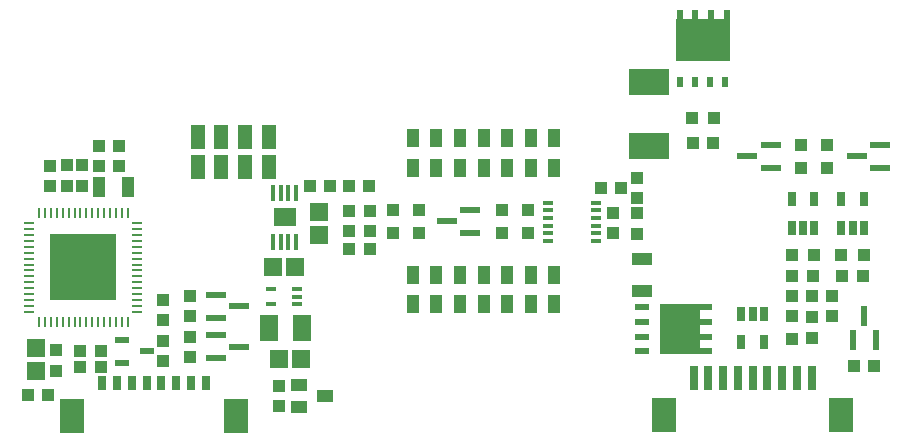
<source format=gtp>
G04 Layer_Color=8421504*
%FSLAX44Y44*%
%MOMM*%
G71*
G01*
G75*
%ADD10R,1.5000X1.6000*%
%ADD11R,0.3500X1.3500*%
%ADD12R,1.8900X1.5700*%
%ADD13R,1.6000X1.5000*%
%ADD14R,1.6000X2.2000*%
%ADD15R,0.8000X1.3000*%
%ADD16R,2.1000X3.0000*%
%ADD17R,1.2000X2.0000*%
%ADD18R,0.6000X1.2000*%
%ADD19R,0.5000X0.8500*%
%ADD20R,1.0200X0.6000*%
%ADD21R,1.2700X0.6000*%
%ADD22R,1.3000X0.6000*%
%ADD23R,0.6000X1.8000*%
%ADD24R,1.1000X1.1000*%
%ADD25R,1.1000X1.1000*%
%ADD26R,1.0500X1.0800*%
%ADD27R,1.1000X1.0000*%
%ADD28R,1.8000X0.6000*%
%ADD29R,1.0000X1.1000*%
%ADD30R,1.0000X1.5000*%
%ADD31R,1.0800X1.0500*%
%ADD32R,0.9000X0.4000*%
%ADD33R,1.4000X1.0000*%
%ADD34R,1.3000X0.6000*%
%ADD35R,5.6000X5.6000*%
%ADD36O,0.2500X0.8500*%
%ADD37O,0.8500X0.2500*%
%ADD38R,0.7000X1.3000*%
%ADD39R,1.0000X1.8000*%
%ADD40R,0.8890X0.4200*%
%ADD41R,0.8000X2.0000*%
%ADD42R,2.1000X3.0000*%
%ADD43R,1.7000X1.1000*%
%ADD44R,3.5000X2.2000*%
%ADD102R,4.5500X3.5900*%
%ADD103R,3.4600X4.3300*%
D10*
X255500Y161750D02*
D03*
X236500D02*
D03*
X241250Y83501D02*
D03*
X260250D02*
D03*
D11*
X236499Y182250D02*
D03*
X242999D02*
D03*
X255999D02*
D03*
X249499D02*
D03*
Y224160D02*
D03*
X255999D02*
D03*
X242999D02*
D03*
X236499D02*
D03*
D12*
X246659Y203840D02*
D03*
D13*
X275499Y207750D02*
D03*
Y188750D02*
D03*
X36000Y73500D02*
D03*
Y92500D02*
D03*
D14*
X261000Y110001D02*
D03*
X232999D02*
D03*
D15*
X92002Y63000D02*
D03*
X104502D02*
D03*
X117002D02*
D03*
X129502D02*
D03*
X142002D02*
D03*
X154502D02*
D03*
X167002D02*
D03*
X179502D02*
D03*
D16*
X66502Y35500D02*
D03*
X205002D02*
D03*
D17*
X232751Y271250D02*
D03*
Y246250D02*
D03*
X212751Y271250D02*
D03*
Y246250D02*
D03*
X192751Y271250D02*
D03*
Y246250D02*
D03*
X172751Y271250D02*
D03*
Y246250D02*
D03*
D18*
X607333Y372749D02*
D03*
X594000D02*
D03*
X620500D02*
D03*
X581000D02*
D03*
D19*
X619500Y318249D02*
D03*
X581500D02*
D03*
X606833D02*
D03*
X594167D02*
D03*
D20*
X603500Y89949D02*
D03*
Y102049D02*
D03*
Y114649D02*
D03*
Y127249D02*
D03*
D21*
X549000Y89949D02*
D03*
Y102049D02*
D03*
Y114649D02*
D03*
D22*
Y127249D02*
D03*
D23*
X737250Y119500D02*
D03*
X746750Y99500D02*
D03*
X727750D02*
D03*
D24*
X675501Y171500D02*
D03*
X694501D02*
D03*
X736750Y171500D02*
D03*
X717750D02*
D03*
X610000Y287250D02*
D03*
X591000D02*
D03*
D25*
X338000Y209500D02*
D03*
Y190500D02*
D03*
X705250Y264500D02*
D03*
Y245500D02*
D03*
X360000Y209500D02*
D03*
Y190500D02*
D03*
X452750Y209500D02*
D03*
Y190500D02*
D03*
X430500Y190500D02*
D03*
Y209500D02*
D03*
X675500Y119500D02*
D03*
Y100500D02*
D03*
X683250Y245500D02*
D03*
Y264500D02*
D03*
D26*
X736000Y153751D02*
D03*
X718500D02*
D03*
X73250Y90000D02*
D03*
X90750D02*
D03*
X609250Y266500D02*
D03*
X591749D02*
D03*
X676251Y153751D02*
D03*
X693752D02*
D03*
X318250Y177000D02*
D03*
X300750D02*
D03*
X73250Y77000D02*
D03*
X90750D02*
D03*
D27*
X166000Y136499D02*
D03*
Y119499D02*
D03*
Y102499D02*
D03*
Y85499D02*
D03*
X48000Y230249D02*
D03*
Y247249D02*
D03*
X143750Y98501D02*
D03*
Y81501D02*
D03*
X241250Y43499D02*
D03*
Y60500D02*
D03*
X544750Y237002D02*
D03*
Y220001D02*
D03*
X318250Y191499D02*
D03*
Y208499D02*
D03*
X710000Y119501D02*
D03*
Y136501D02*
D03*
D28*
X188000Y103500D02*
D03*
Y84500D02*
D03*
X208000Y94000D02*
D03*
X188000Y137500D02*
D03*
Y118500D02*
D03*
X208000Y128000D02*
D03*
X730750Y255000D02*
D03*
X750750Y264500D02*
D03*
Y245500D02*
D03*
X403500Y190500D02*
D03*
Y209500D02*
D03*
X383500Y200000D02*
D03*
X638000Y255000D02*
D03*
X658000Y264500D02*
D03*
Y245500D02*
D03*
D29*
X675749Y137000D02*
D03*
X692749D02*
D03*
X728748Y77500D02*
D03*
X745748D02*
D03*
X45751Y53250D02*
D03*
X28751D02*
D03*
X531501Y228000D02*
D03*
X514501D02*
D03*
X318001Y229750D02*
D03*
X301001D02*
D03*
X267748Y229750D02*
D03*
X284749D02*
D03*
X300750Y208500D02*
D03*
Y191500D02*
D03*
D30*
X354751Y130000D02*
D03*
Y155000D02*
D03*
X374751Y130000D02*
D03*
Y155000D02*
D03*
X394751Y130000D02*
D03*
Y155000D02*
D03*
X414751Y130000D02*
D03*
Y155000D02*
D03*
X434751Y130000D02*
D03*
Y155000D02*
D03*
X454751Y130000D02*
D03*
Y155000D02*
D03*
X474751Y130000D02*
D03*
Y155000D02*
D03*
X474751Y270250D02*
D03*
Y245250D02*
D03*
X454751Y270250D02*
D03*
Y245250D02*
D03*
X434751Y270250D02*
D03*
Y245250D02*
D03*
X414751Y270250D02*
D03*
Y245250D02*
D03*
X394751Y270250D02*
D03*
Y245250D02*
D03*
X374751Y270250D02*
D03*
Y245250D02*
D03*
X354751Y270250D02*
D03*
Y245250D02*
D03*
D31*
X524250Y190000D02*
D03*
Y207500D02*
D03*
X61752Y230000D02*
D03*
Y247500D02*
D03*
X75001Y230000D02*
D03*
Y247500D02*
D03*
X143250Y116250D02*
D03*
Y133750D02*
D03*
X544750Y189500D02*
D03*
Y207000D02*
D03*
X88750Y246500D02*
D03*
Y264000D02*
D03*
X105750Y246500D02*
D03*
Y264000D02*
D03*
X692880Y118750D02*
D03*
Y101250D02*
D03*
X52750Y90750D02*
D03*
Y73249D02*
D03*
D32*
X257000Y129751D02*
D03*
Y136251D02*
D03*
Y142751D02*
D03*
X235000D02*
D03*
Y129751D02*
D03*
D33*
X258749Y61500D02*
D03*
Y42501D02*
D03*
X280751Y52001D02*
D03*
D34*
X108500Y99500D02*
D03*
Y80500D02*
D03*
X129500Y90000D02*
D03*
D35*
X76000Y161000D02*
D03*
D36*
X113500Y115250D02*
D03*
X108500D02*
D03*
X103500D02*
D03*
X98500D02*
D03*
X93500D02*
D03*
X88500D02*
D03*
X83500D02*
D03*
X78500D02*
D03*
X73500D02*
D03*
X68500D02*
D03*
X63500D02*
D03*
X58500D02*
D03*
X53500D02*
D03*
X48500D02*
D03*
X43500D02*
D03*
X38500D02*
D03*
Y206750D02*
D03*
X43500D02*
D03*
X48500D02*
D03*
X53500D02*
D03*
X58500D02*
D03*
X63500D02*
D03*
X68500D02*
D03*
X73500D02*
D03*
X78500D02*
D03*
X83500D02*
D03*
X88500D02*
D03*
X93500D02*
D03*
X98500D02*
D03*
X103500D02*
D03*
X108500D02*
D03*
X113500D02*
D03*
D37*
X30250Y123500D02*
D03*
Y128500D02*
D03*
Y133500D02*
D03*
Y138500D02*
D03*
Y143500D02*
D03*
Y148500D02*
D03*
Y153500D02*
D03*
Y158500D02*
D03*
Y163500D02*
D03*
Y168500D02*
D03*
Y173500D02*
D03*
Y178500D02*
D03*
Y183500D02*
D03*
Y188500D02*
D03*
Y193500D02*
D03*
Y198500D02*
D03*
X121750D02*
D03*
Y193500D02*
D03*
Y188500D02*
D03*
Y183500D02*
D03*
Y178500D02*
D03*
Y173500D02*
D03*
Y168500D02*
D03*
Y163500D02*
D03*
Y158500D02*
D03*
Y153500D02*
D03*
Y148500D02*
D03*
Y143500D02*
D03*
Y138500D02*
D03*
Y133500D02*
D03*
Y128500D02*
D03*
Y123500D02*
D03*
D38*
X675501Y194750D02*
D03*
X685001D02*
D03*
X694501D02*
D03*
Y218750D02*
D03*
X675501D02*
D03*
X717750Y194750D02*
D03*
X727250D02*
D03*
X736750D02*
D03*
Y218750D02*
D03*
X717750D02*
D03*
X652050Y122000D02*
D03*
X642550D02*
D03*
X633050D02*
D03*
Y98000D02*
D03*
X652050D02*
D03*
D39*
X88750Y229500D02*
D03*
X113750D02*
D03*
D40*
X469000Y216000D02*
D03*
Y209500D02*
D03*
Y203000D02*
D03*
Y196500D02*
D03*
Y190000D02*
D03*
Y183500D02*
D03*
X509890Y216000D02*
D03*
Y209500D02*
D03*
Y203000D02*
D03*
Y196500D02*
D03*
Y190000D02*
D03*
Y183500D02*
D03*
D41*
X692880Y67500D02*
D03*
X680051D02*
D03*
X667549D02*
D03*
X655049D02*
D03*
X642550D02*
D03*
X630048D02*
D03*
X617549D02*
D03*
X605049D02*
D03*
X592550D02*
D03*
D42*
X717749Y36250D02*
D03*
X567549D02*
D03*
D43*
X549000Y168500D02*
D03*
Y141500D02*
D03*
D44*
X555251Y318250D02*
D03*
Y264250D02*
D03*
D102*
X600736Y353199D02*
D03*
D103*
X581098Y108597D02*
D03*
M02*

</source>
